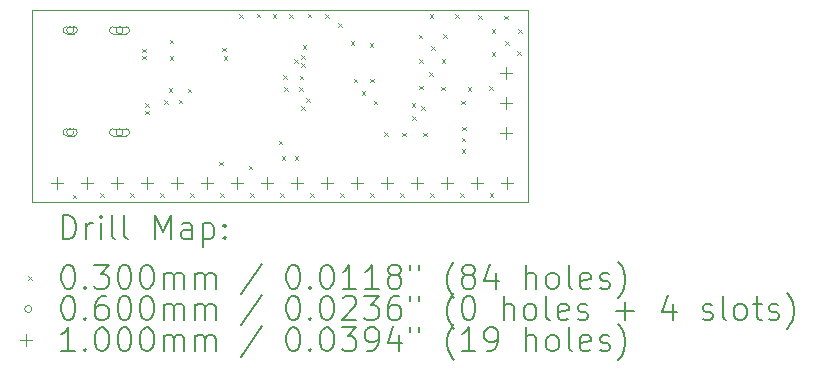
<source format=gbr>
%TF.GenerationSoftware,KiCad,Pcbnew,9.0.3*%
%TF.CreationDate,2025-08-03T15:24:19-04:00*%
%TF.ProjectId,CH32V003A4M6,43483332-5630-4303-9341-344d362e6b69,rev?*%
%TF.SameCoordinates,Original*%
%TF.FileFunction,Drillmap*%
%TF.FilePolarity,Positive*%
%FSLAX45Y45*%
G04 Gerber Fmt 4.5, Leading zero omitted, Abs format (unit mm)*
G04 Created by KiCad (PCBNEW 9.0.3) date 2025-08-03 15:24:19*
%MOMM*%
%LPD*%
G01*
G04 APERTURE LIST*
%ADD10C,0.100000*%
%ADD11C,0.200000*%
G04 APERTURE END LIST*
D10*
X12700000Y-11379200D02*
X16892400Y-11379200D01*
X16892400Y-13004800D01*
X12700000Y-13004800D01*
X12700000Y-11379200D01*
D11*
D10*
X13040000Y-12945000D02*
X13070000Y-12975000D01*
X13070000Y-12945000D02*
X13040000Y-12975000D01*
X13275996Y-12933450D02*
X13305996Y-12963450D01*
X13305996Y-12933450D02*
X13275996Y-12963450D01*
X13529692Y-12933450D02*
X13559692Y-12963450D01*
X13559692Y-12933450D02*
X13529692Y-12963450D01*
X13629500Y-11710000D02*
X13659500Y-11740000D01*
X13659500Y-11710000D02*
X13629500Y-11740000D01*
X13629500Y-11770000D02*
X13659500Y-11800000D01*
X13659500Y-11770000D02*
X13629500Y-11800000D01*
X13655000Y-12235000D02*
X13685000Y-12265000D01*
X13685000Y-12235000D02*
X13655000Y-12265000D01*
X13657200Y-12170000D02*
X13687200Y-12200000D01*
X13687200Y-12170000D02*
X13657200Y-12200000D01*
X13783388Y-12933450D02*
X13813388Y-12963450D01*
X13813388Y-12933450D02*
X13783388Y-12963450D01*
X13815000Y-12145000D02*
X13845000Y-12175000D01*
X13845000Y-12145000D02*
X13815000Y-12175000D01*
X13855000Y-12045000D02*
X13885000Y-12075000D01*
X13885000Y-12045000D02*
X13855000Y-12075000D01*
X13863201Y-11633404D02*
X13893201Y-11663404D01*
X13893201Y-11633404D02*
X13863201Y-11663404D01*
X13864193Y-11775000D02*
X13894193Y-11805000D01*
X13894193Y-11775000D02*
X13864193Y-11805000D01*
X13940000Y-12140000D02*
X13970000Y-12170000D01*
X13970000Y-12140000D02*
X13940000Y-12170000D01*
X14015000Y-12050000D02*
X14045000Y-12080000D01*
X14045000Y-12050000D02*
X14015000Y-12080000D01*
X14037083Y-12933450D02*
X14067083Y-12963450D01*
X14067083Y-12933450D02*
X14037083Y-12963450D01*
X14280000Y-12665000D02*
X14310000Y-12695000D01*
X14310000Y-12665000D02*
X14280000Y-12695000D01*
X14290779Y-12933450D02*
X14320779Y-12963450D01*
X14320779Y-12933450D02*
X14290779Y-12963450D01*
X14306149Y-11699782D02*
X14336149Y-11729782D01*
X14336149Y-11699782D02*
X14306149Y-11729782D01*
X14320000Y-11775000D02*
X14350000Y-11805000D01*
X14350000Y-11775000D02*
X14320000Y-11805000D01*
X14450000Y-11420000D02*
X14480000Y-11450000D01*
X14480000Y-11420000D02*
X14450000Y-11450000D01*
X14530000Y-12700000D02*
X14560000Y-12730000D01*
X14560000Y-12700000D02*
X14530000Y-12730000D01*
X14544475Y-12933450D02*
X14574475Y-12963450D01*
X14574475Y-12933450D02*
X14544475Y-12963450D01*
X14600000Y-11415000D02*
X14630000Y-11445000D01*
X14630000Y-11415000D02*
X14600000Y-11445000D01*
X14735000Y-11420000D02*
X14765000Y-11450000D01*
X14765000Y-11420000D02*
X14735000Y-11450000D01*
X14785000Y-12490000D02*
X14815000Y-12520000D01*
X14815000Y-12490000D02*
X14785000Y-12520000D01*
X14798171Y-12933450D02*
X14828171Y-12963450D01*
X14828171Y-12933450D02*
X14798171Y-12963450D01*
X14810000Y-12620000D02*
X14840000Y-12650000D01*
X14840000Y-12620000D02*
X14810000Y-12650000D01*
X14825000Y-11935000D02*
X14855000Y-11965000D01*
X14855000Y-11935000D02*
X14825000Y-11965000D01*
X14830000Y-12035000D02*
X14860000Y-12065000D01*
X14860000Y-12035000D02*
X14830000Y-12065000D01*
X14875000Y-11420000D02*
X14905000Y-11450000D01*
X14905000Y-11420000D02*
X14875000Y-11450000D01*
X14915000Y-11800000D02*
X14945000Y-11830000D01*
X14945000Y-11800000D02*
X14915000Y-11830000D01*
X14920000Y-12620000D02*
X14950000Y-12650000D01*
X14950000Y-12620000D02*
X14920000Y-12650000D01*
X14960000Y-12035000D02*
X14990000Y-12065000D01*
X14990000Y-12035000D02*
X14960000Y-12065000D01*
X14965000Y-11940000D02*
X14995000Y-11970000D01*
X14995000Y-11940000D02*
X14965000Y-11970000D01*
X14975000Y-11765000D02*
X15005000Y-11795000D01*
X15005000Y-11765000D02*
X14975000Y-11795000D01*
X14975000Y-11835000D02*
X15005000Y-11865000D01*
X15005000Y-11835000D02*
X14975000Y-11865000D01*
X14975000Y-12195000D02*
X15005000Y-12225000D01*
X15005000Y-12195000D02*
X14975000Y-12225000D01*
X14990000Y-11680000D02*
X15020000Y-11710000D01*
X15020000Y-11680000D02*
X14990000Y-11710000D01*
X15019648Y-12129385D02*
X15049648Y-12159385D01*
X15049648Y-12129385D02*
X15019648Y-12159385D01*
X15030000Y-11415000D02*
X15060000Y-11445000D01*
X15060000Y-11415000D02*
X15030000Y-11445000D01*
X15051866Y-12933450D02*
X15081866Y-12963450D01*
X15081866Y-12933450D02*
X15051866Y-12963450D01*
X15180000Y-11420000D02*
X15210000Y-11450000D01*
X15210000Y-11420000D02*
X15180000Y-11450000D01*
X15290000Y-11495000D02*
X15320000Y-11525000D01*
X15320000Y-11495000D02*
X15290000Y-11525000D01*
X15305562Y-12933450D02*
X15335562Y-12963450D01*
X15335562Y-12933450D02*
X15305562Y-12963450D01*
X15395000Y-11645000D02*
X15425000Y-11675000D01*
X15425000Y-11645000D02*
X15395000Y-11675000D01*
X15420000Y-11965000D02*
X15450000Y-11995000D01*
X15450000Y-11965000D02*
X15420000Y-11995000D01*
X15490000Y-12070000D02*
X15520000Y-12100000D01*
X15520000Y-12070000D02*
X15490000Y-12100000D01*
X15555000Y-11665000D02*
X15585000Y-11695000D01*
X15585000Y-11665000D02*
X15555000Y-11695000D01*
X15559258Y-12933450D02*
X15589258Y-12963450D01*
X15589258Y-12933450D02*
X15559258Y-12963450D01*
X15560000Y-11965000D02*
X15590000Y-11995000D01*
X15590000Y-11965000D02*
X15560000Y-11995000D01*
X15590000Y-12150000D02*
X15620000Y-12180000D01*
X15620000Y-12150000D02*
X15590000Y-12180000D01*
X15680000Y-12415000D02*
X15710000Y-12445000D01*
X15710000Y-12415000D02*
X15680000Y-12445000D01*
X15812953Y-12933450D02*
X15842953Y-12963450D01*
X15842953Y-12933450D02*
X15812953Y-12963450D01*
X15830000Y-12420000D02*
X15860000Y-12450000D01*
X15860000Y-12420000D02*
X15830000Y-12450000D01*
X15910000Y-12170000D02*
X15940000Y-12200000D01*
X15940000Y-12170000D02*
X15910000Y-12200000D01*
X15915000Y-12280000D02*
X15945000Y-12310000D01*
X15945000Y-12280000D02*
X15915000Y-12310000D01*
X15970000Y-11590000D02*
X16000000Y-11620000D01*
X16000000Y-11590000D02*
X15970000Y-11620000D01*
X15975000Y-11800000D02*
X16005000Y-11830000D01*
X16005000Y-11800000D02*
X15975000Y-11830000D01*
X15975000Y-12025000D02*
X16005000Y-12055000D01*
X16005000Y-12025000D02*
X15975000Y-12055000D01*
X15990000Y-12195000D02*
X16020000Y-12225000D01*
X16020000Y-12195000D02*
X15990000Y-12225000D01*
X16010000Y-12420000D02*
X16040000Y-12450000D01*
X16040000Y-12420000D02*
X16010000Y-12450000D01*
X16060000Y-11910000D02*
X16090000Y-11940000D01*
X16090000Y-11910000D02*
X16060000Y-11940000D01*
X16065000Y-11420000D02*
X16095000Y-11450000D01*
X16095000Y-11420000D02*
X16065000Y-11450000D01*
X16066649Y-12933450D02*
X16096649Y-12963450D01*
X16096649Y-12933450D02*
X16066649Y-12963450D01*
X16075000Y-11690000D02*
X16105000Y-11720000D01*
X16105000Y-11690000D02*
X16075000Y-11720000D01*
X16160000Y-12030000D02*
X16190000Y-12060000D01*
X16190000Y-12030000D02*
X16160000Y-12060000D01*
X16165000Y-11800000D02*
X16195000Y-11830000D01*
X16195000Y-11800000D02*
X16165000Y-11830000D01*
X16180000Y-11585000D02*
X16210000Y-11615000D01*
X16210000Y-11585000D02*
X16180000Y-11615000D01*
X16280000Y-11420000D02*
X16310000Y-11450000D01*
X16310000Y-11420000D02*
X16280000Y-11450000D01*
X16320345Y-12933450D02*
X16350345Y-12963450D01*
X16350345Y-12933450D02*
X16320345Y-12963450D01*
X16330000Y-12150000D02*
X16360000Y-12180000D01*
X16360000Y-12150000D02*
X16330000Y-12180000D01*
X16335000Y-12465000D02*
X16365000Y-12495000D01*
X16365000Y-12465000D02*
X16335000Y-12495000D01*
X16335000Y-12560000D02*
X16365000Y-12590000D01*
X16365000Y-12560000D02*
X16335000Y-12590000D01*
X16340000Y-12370000D02*
X16370000Y-12400000D01*
X16370000Y-12370000D02*
X16340000Y-12400000D01*
X16385000Y-12035000D02*
X16415000Y-12065000D01*
X16415000Y-12035000D02*
X16385000Y-12065000D01*
X16475000Y-11425000D02*
X16505000Y-11455000D01*
X16505000Y-11425000D02*
X16475000Y-11455000D01*
X16567250Y-12027250D02*
X16597250Y-12057250D01*
X16597250Y-12027250D02*
X16567250Y-12057250D01*
X16574040Y-12933450D02*
X16604040Y-12963450D01*
X16604040Y-12933450D02*
X16574040Y-12963450D01*
X16590000Y-11545000D02*
X16620000Y-11575000D01*
X16620000Y-11545000D02*
X16590000Y-11575000D01*
X16590000Y-11740000D02*
X16620000Y-11770000D01*
X16620000Y-11740000D02*
X16590000Y-11770000D01*
X16695000Y-11430000D02*
X16725000Y-11460000D01*
X16725000Y-11430000D02*
X16695000Y-11460000D01*
X16705000Y-11645000D02*
X16735000Y-11675000D01*
X16735000Y-11645000D02*
X16705000Y-11675000D01*
X16805000Y-11730000D02*
X16835000Y-11760000D01*
X16835000Y-11730000D02*
X16805000Y-11760000D01*
X16815000Y-11545000D02*
X16845000Y-11575000D01*
X16845000Y-11545000D02*
X16815000Y-11575000D01*
X13050000Y-11553000D02*
G75*
G02*
X12990000Y-11553000I-30000J0D01*
G01*
X12990000Y-11553000D02*
G75*
G02*
X13050000Y-11553000I30000J0D01*
G01*
X13050000Y-11523000D02*
X12990000Y-11523000D01*
X12990000Y-11583000D02*
G75*
G02*
X12990000Y-11523000I0J30000D01*
G01*
X12990000Y-11583000D02*
X13050000Y-11583000D01*
X13050000Y-11583000D02*
G75*
G03*
X13050000Y-11523000I0J30000D01*
G01*
X13050000Y-12417000D02*
G75*
G02*
X12990000Y-12417000I-30000J0D01*
G01*
X12990000Y-12417000D02*
G75*
G02*
X13050000Y-12417000I30000J0D01*
G01*
X13050000Y-12387000D02*
X12990000Y-12387000D01*
X12990000Y-12447000D02*
G75*
G02*
X12990000Y-12387000I0J30000D01*
G01*
X12990000Y-12447000D02*
X13050000Y-12447000D01*
X13050000Y-12447000D02*
G75*
G03*
X13050000Y-12387000I0J30000D01*
G01*
X13468000Y-11553000D02*
G75*
G02*
X13408000Y-11553000I-30000J0D01*
G01*
X13408000Y-11553000D02*
G75*
G02*
X13468000Y-11553000I30000J0D01*
G01*
X13493000Y-11523000D02*
X13383000Y-11523000D01*
X13383000Y-11583000D02*
G75*
G02*
X13383000Y-11523000I0J30000D01*
G01*
X13383000Y-11583000D02*
X13493000Y-11583000D01*
X13493000Y-11583000D02*
G75*
G03*
X13493000Y-11523000I0J30000D01*
G01*
X13468000Y-12417000D02*
G75*
G02*
X13408000Y-12417000I-30000J0D01*
G01*
X13408000Y-12417000D02*
G75*
G02*
X13468000Y-12417000I30000J0D01*
G01*
X13493000Y-12387000D02*
X13383000Y-12387000D01*
X13383000Y-12447000D02*
G75*
G02*
X13383000Y-12387000I0J30000D01*
G01*
X13383000Y-12447000D02*
X13493000Y-12447000D01*
X13493000Y-12447000D02*
G75*
G03*
X13493000Y-12387000I0J30000D01*
G01*
X12907000Y-12795000D02*
X12907000Y-12895000D01*
X12857000Y-12845000D02*
X12957000Y-12845000D01*
X13161000Y-12795000D02*
X13161000Y-12895000D01*
X13111000Y-12845000D02*
X13211000Y-12845000D01*
X13415000Y-12795000D02*
X13415000Y-12895000D01*
X13365000Y-12845000D02*
X13465000Y-12845000D01*
X13669000Y-12795000D02*
X13669000Y-12895000D01*
X13619000Y-12845000D02*
X13719000Y-12845000D01*
X13923000Y-12795000D02*
X13923000Y-12895000D01*
X13873000Y-12845000D02*
X13973000Y-12845000D01*
X14177000Y-12795000D02*
X14177000Y-12895000D01*
X14127000Y-12845000D02*
X14227000Y-12845000D01*
X14431000Y-12795000D02*
X14431000Y-12895000D01*
X14381000Y-12845000D02*
X14481000Y-12845000D01*
X14685000Y-12795000D02*
X14685000Y-12895000D01*
X14635000Y-12845000D02*
X14735000Y-12845000D01*
X14939000Y-12795000D02*
X14939000Y-12895000D01*
X14889000Y-12845000D02*
X14989000Y-12845000D01*
X15193000Y-12795000D02*
X15193000Y-12895000D01*
X15143000Y-12845000D02*
X15243000Y-12845000D01*
X15447000Y-12795000D02*
X15447000Y-12895000D01*
X15397000Y-12845000D02*
X15497000Y-12845000D01*
X15701000Y-12795000D02*
X15701000Y-12895000D01*
X15651000Y-12845000D02*
X15751000Y-12845000D01*
X15955000Y-12795000D02*
X15955000Y-12895000D01*
X15905000Y-12845000D02*
X16005000Y-12845000D01*
X16209000Y-12795000D02*
X16209000Y-12895000D01*
X16159000Y-12845000D02*
X16259000Y-12845000D01*
X16463000Y-12795000D02*
X16463000Y-12895000D01*
X16413000Y-12845000D02*
X16513000Y-12845000D01*
X16710000Y-11864500D02*
X16710000Y-11964500D01*
X16660000Y-11914500D02*
X16760000Y-11914500D01*
X16710000Y-12118500D02*
X16710000Y-12218500D01*
X16660000Y-12168500D02*
X16760000Y-12168500D01*
X16710000Y-12372500D02*
X16710000Y-12472500D01*
X16660000Y-12422500D02*
X16760000Y-12422500D01*
X16717000Y-12795000D02*
X16717000Y-12895000D01*
X16667000Y-12845000D02*
X16767000Y-12845000D01*
D11*
X12955777Y-13321284D02*
X12955777Y-13121284D01*
X12955777Y-13121284D02*
X13003396Y-13121284D01*
X13003396Y-13121284D02*
X13031967Y-13130808D01*
X13031967Y-13130808D02*
X13051015Y-13149855D01*
X13051015Y-13149855D02*
X13060539Y-13168903D01*
X13060539Y-13168903D02*
X13070062Y-13206998D01*
X13070062Y-13206998D02*
X13070062Y-13235569D01*
X13070062Y-13235569D02*
X13060539Y-13273665D01*
X13060539Y-13273665D02*
X13051015Y-13292712D01*
X13051015Y-13292712D02*
X13031967Y-13311760D01*
X13031967Y-13311760D02*
X13003396Y-13321284D01*
X13003396Y-13321284D02*
X12955777Y-13321284D01*
X13155777Y-13321284D02*
X13155777Y-13187950D01*
X13155777Y-13226046D02*
X13165301Y-13206998D01*
X13165301Y-13206998D02*
X13174824Y-13197474D01*
X13174824Y-13197474D02*
X13193872Y-13187950D01*
X13193872Y-13187950D02*
X13212920Y-13187950D01*
X13279586Y-13321284D02*
X13279586Y-13187950D01*
X13279586Y-13121284D02*
X13270062Y-13130808D01*
X13270062Y-13130808D02*
X13279586Y-13140331D01*
X13279586Y-13140331D02*
X13289110Y-13130808D01*
X13289110Y-13130808D02*
X13279586Y-13121284D01*
X13279586Y-13121284D02*
X13279586Y-13140331D01*
X13403396Y-13321284D02*
X13384348Y-13311760D01*
X13384348Y-13311760D02*
X13374824Y-13292712D01*
X13374824Y-13292712D02*
X13374824Y-13121284D01*
X13508158Y-13321284D02*
X13489110Y-13311760D01*
X13489110Y-13311760D02*
X13479586Y-13292712D01*
X13479586Y-13292712D02*
X13479586Y-13121284D01*
X13736729Y-13321284D02*
X13736729Y-13121284D01*
X13736729Y-13121284D02*
X13803396Y-13264141D01*
X13803396Y-13264141D02*
X13870062Y-13121284D01*
X13870062Y-13121284D02*
X13870062Y-13321284D01*
X14051015Y-13321284D02*
X14051015Y-13216522D01*
X14051015Y-13216522D02*
X14041491Y-13197474D01*
X14041491Y-13197474D02*
X14022443Y-13187950D01*
X14022443Y-13187950D02*
X13984348Y-13187950D01*
X13984348Y-13187950D02*
X13965301Y-13197474D01*
X14051015Y-13311760D02*
X14031967Y-13321284D01*
X14031967Y-13321284D02*
X13984348Y-13321284D01*
X13984348Y-13321284D02*
X13965301Y-13311760D01*
X13965301Y-13311760D02*
X13955777Y-13292712D01*
X13955777Y-13292712D02*
X13955777Y-13273665D01*
X13955777Y-13273665D02*
X13965301Y-13254617D01*
X13965301Y-13254617D02*
X13984348Y-13245093D01*
X13984348Y-13245093D02*
X14031967Y-13245093D01*
X14031967Y-13245093D02*
X14051015Y-13235569D01*
X14146253Y-13187950D02*
X14146253Y-13387950D01*
X14146253Y-13197474D02*
X14165301Y-13187950D01*
X14165301Y-13187950D02*
X14203396Y-13187950D01*
X14203396Y-13187950D02*
X14222443Y-13197474D01*
X14222443Y-13197474D02*
X14231967Y-13206998D01*
X14231967Y-13206998D02*
X14241491Y-13226046D01*
X14241491Y-13226046D02*
X14241491Y-13283188D01*
X14241491Y-13283188D02*
X14231967Y-13302236D01*
X14231967Y-13302236D02*
X14222443Y-13311760D01*
X14222443Y-13311760D02*
X14203396Y-13321284D01*
X14203396Y-13321284D02*
X14165301Y-13321284D01*
X14165301Y-13321284D02*
X14146253Y-13311760D01*
X14327205Y-13302236D02*
X14336729Y-13311760D01*
X14336729Y-13311760D02*
X14327205Y-13321284D01*
X14327205Y-13321284D02*
X14317682Y-13311760D01*
X14317682Y-13311760D02*
X14327205Y-13302236D01*
X14327205Y-13302236D02*
X14327205Y-13321284D01*
X14327205Y-13197474D02*
X14336729Y-13206998D01*
X14336729Y-13206998D02*
X14327205Y-13216522D01*
X14327205Y-13216522D02*
X14317682Y-13206998D01*
X14317682Y-13206998D02*
X14327205Y-13197474D01*
X14327205Y-13197474D02*
X14327205Y-13216522D01*
D10*
X12665000Y-13634800D02*
X12695000Y-13664800D01*
X12695000Y-13634800D02*
X12665000Y-13664800D01*
D11*
X12993872Y-13541284D02*
X13012920Y-13541284D01*
X13012920Y-13541284D02*
X13031967Y-13550808D01*
X13031967Y-13550808D02*
X13041491Y-13560331D01*
X13041491Y-13560331D02*
X13051015Y-13579379D01*
X13051015Y-13579379D02*
X13060539Y-13617474D01*
X13060539Y-13617474D02*
X13060539Y-13665093D01*
X13060539Y-13665093D02*
X13051015Y-13703188D01*
X13051015Y-13703188D02*
X13041491Y-13722236D01*
X13041491Y-13722236D02*
X13031967Y-13731760D01*
X13031967Y-13731760D02*
X13012920Y-13741284D01*
X13012920Y-13741284D02*
X12993872Y-13741284D01*
X12993872Y-13741284D02*
X12974824Y-13731760D01*
X12974824Y-13731760D02*
X12965301Y-13722236D01*
X12965301Y-13722236D02*
X12955777Y-13703188D01*
X12955777Y-13703188D02*
X12946253Y-13665093D01*
X12946253Y-13665093D02*
X12946253Y-13617474D01*
X12946253Y-13617474D02*
X12955777Y-13579379D01*
X12955777Y-13579379D02*
X12965301Y-13560331D01*
X12965301Y-13560331D02*
X12974824Y-13550808D01*
X12974824Y-13550808D02*
X12993872Y-13541284D01*
X13146253Y-13722236D02*
X13155777Y-13731760D01*
X13155777Y-13731760D02*
X13146253Y-13741284D01*
X13146253Y-13741284D02*
X13136729Y-13731760D01*
X13136729Y-13731760D02*
X13146253Y-13722236D01*
X13146253Y-13722236D02*
X13146253Y-13741284D01*
X13222443Y-13541284D02*
X13346253Y-13541284D01*
X13346253Y-13541284D02*
X13279586Y-13617474D01*
X13279586Y-13617474D02*
X13308158Y-13617474D01*
X13308158Y-13617474D02*
X13327205Y-13626998D01*
X13327205Y-13626998D02*
X13336729Y-13636522D01*
X13336729Y-13636522D02*
X13346253Y-13655569D01*
X13346253Y-13655569D02*
X13346253Y-13703188D01*
X13346253Y-13703188D02*
X13336729Y-13722236D01*
X13336729Y-13722236D02*
X13327205Y-13731760D01*
X13327205Y-13731760D02*
X13308158Y-13741284D01*
X13308158Y-13741284D02*
X13251015Y-13741284D01*
X13251015Y-13741284D02*
X13231967Y-13731760D01*
X13231967Y-13731760D02*
X13222443Y-13722236D01*
X13470062Y-13541284D02*
X13489110Y-13541284D01*
X13489110Y-13541284D02*
X13508158Y-13550808D01*
X13508158Y-13550808D02*
X13517682Y-13560331D01*
X13517682Y-13560331D02*
X13527205Y-13579379D01*
X13527205Y-13579379D02*
X13536729Y-13617474D01*
X13536729Y-13617474D02*
X13536729Y-13665093D01*
X13536729Y-13665093D02*
X13527205Y-13703188D01*
X13527205Y-13703188D02*
X13517682Y-13722236D01*
X13517682Y-13722236D02*
X13508158Y-13731760D01*
X13508158Y-13731760D02*
X13489110Y-13741284D01*
X13489110Y-13741284D02*
X13470062Y-13741284D01*
X13470062Y-13741284D02*
X13451015Y-13731760D01*
X13451015Y-13731760D02*
X13441491Y-13722236D01*
X13441491Y-13722236D02*
X13431967Y-13703188D01*
X13431967Y-13703188D02*
X13422443Y-13665093D01*
X13422443Y-13665093D02*
X13422443Y-13617474D01*
X13422443Y-13617474D02*
X13431967Y-13579379D01*
X13431967Y-13579379D02*
X13441491Y-13560331D01*
X13441491Y-13560331D02*
X13451015Y-13550808D01*
X13451015Y-13550808D02*
X13470062Y-13541284D01*
X13660539Y-13541284D02*
X13679586Y-13541284D01*
X13679586Y-13541284D02*
X13698634Y-13550808D01*
X13698634Y-13550808D02*
X13708158Y-13560331D01*
X13708158Y-13560331D02*
X13717682Y-13579379D01*
X13717682Y-13579379D02*
X13727205Y-13617474D01*
X13727205Y-13617474D02*
X13727205Y-13665093D01*
X13727205Y-13665093D02*
X13717682Y-13703188D01*
X13717682Y-13703188D02*
X13708158Y-13722236D01*
X13708158Y-13722236D02*
X13698634Y-13731760D01*
X13698634Y-13731760D02*
X13679586Y-13741284D01*
X13679586Y-13741284D02*
X13660539Y-13741284D01*
X13660539Y-13741284D02*
X13641491Y-13731760D01*
X13641491Y-13731760D02*
X13631967Y-13722236D01*
X13631967Y-13722236D02*
X13622443Y-13703188D01*
X13622443Y-13703188D02*
X13612920Y-13665093D01*
X13612920Y-13665093D02*
X13612920Y-13617474D01*
X13612920Y-13617474D02*
X13622443Y-13579379D01*
X13622443Y-13579379D02*
X13631967Y-13560331D01*
X13631967Y-13560331D02*
X13641491Y-13550808D01*
X13641491Y-13550808D02*
X13660539Y-13541284D01*
X13812920Y-13741284D02*
X13812920Y-13607950D01*
X13812920Y-13626998D02*
X13822443Y-13617474D01*
X13822443Y-13617474D02*
X13841491Y-13607950D01*
X13841491Y-13607950D02*
X13870063Y-13607950D01*
X13870063Y-13607950D02*
X13889110Y-13617474D01*
X13889110Y-13617474D02*
X13898634Y-13636522D01*
X13898634Y-13636522D02*
X13898634Y-13741284D01*
X13898634Y-13636522D02*
X13908158Y-13617474D01*
X13908158Y-13617474D02*
X13927205Y-13607950D01*
X13927205Y-13607950D02*
X13955777Y-13607950D01*
X13955777Y-13607950D02*
X13974824Y-13617474D01*
X13974824Y-13617474D02*
X13984348Y-13636522D01*
X13984348Y-13636522D02*
X13984348Y-13741284D01*
X14079586Y-13741284D02*
X14079586Y-13607950D01*
X14079586Y-13626998D02*
X14089110Y-13617474D01*
X14089110Y-13617474D02*
X14108158Y-13607950D01*
X14108158Y-13607950D02*
X14136729Y-13607950D01*
X14136729Y-13607950D02*
X14155777Y-13617474D01*
X14155777Y-13617474D02*
X14165301Y-13636522D01*
X14165301Y-13636522D02*
X14165301Y-13741284D01*
X14165301Y-13636522D02*
X14174824Y-13617474D01*
X14174824Y-13617474D02*
X14193872Y-13607950D01*
X14193872Y-13607950D02*
X14222443Y-13607950D01*
X14222443Y-13607950D02*
X14241491Y-13617474D01*
X14241491Y-13617474D02*
X14251015Y-13636522D01*
X14251015Y-13636522D02*
X14251015Y-13741284D01*
X14641491Y-13531760D02*
X14470063Y-13788903D01*
X14898634Y-13541284D02*
X14917682Y-13541284D01*
X14917682Y-13541284D02*
X14936729Y-13550808D01*
X14936729Y-13550808D02*
X14946253Y-13560331D01*
X14946253Y-13560331D02*
X14955777Y-13579379D01*
X14955777Y-13579379D02*
X14965301Y-13617474D01*
X14965301Y-13617474D02*
X14965301Y-13665093D01*
X14965301Y-13665093D02*
X14955777Y-13703188D01*
X14955777Y-13703188D02*
X14946253Y-13722236D01*
X14946253Y-13722236D02*
X14936729Y-13731760D01*
X14936729Y-13731760D02*
X14917682Y-13741284D01*
X14917682Y-13741284D02*
X14898634Y-13741284D01*
X14898634Y-13741284D02*
X14879586Y-13731760D01*
X14879586Y-13731760D02*
X14870063Y-13722236D01*
X14870063Y-13722236D02*
X14860539Y-13703188D01*
X14860539Y-13703188D02*
X14851015Y-13665093D01*
X14851015Y-13665093D02*
X14851015Y-13617474D01*
X14851015Y-13617474D02*
X14860539Y-13579379D01*
X14860539Y-13579379D02*
X14870063Y-13560331D01*
X14870063Y-13560331D02*
X14879586Y-13550808D01*
X14879586Y-13550808D02*
X14898634Y-13541284D01*
X15051015Y-13722236D02*
X15060539Y-13731760D01*
X15060539Y-13731760D02*
X15051015Y-13741284D01*
X15051015Y-13741284D02*
X15041491Y-13731760D01*
X15041491Y-13731760D02*
X15051015Y-13722236D01*
X15051015Y-13722236D02*
X15051015Y-13741284D01*
X15184348Y-13541284D02*
X15203396Y-13541284D01*
X15203396Y-13541284D02*
X15222444Y-13550808D01*
X15222444Y-13550808D02*
X15231967Y-13560331D01*
X15231967Y-13560331D02*
X15241491Y-13579379D01*
X15241491Y-13579379D02*
X15251015Y-13617474D01*
X15251015Y-13617474D02*
X15251015Y-13665093D01*
X15251015Y-13665093D02*
X15241491Y-13703188D01*
X15241491Y-13703188D02*
X15231967Y-13722236D01*
X15231967Y-13722236D02*
X15222444Y-13731760D01*
X15222444Y-13731760D02*
X15203396Y-13741284D01*
X15203396Y-13741284D02*
X15184348Y-13741284D01*
X15184348Y-13741284D02*
X15165301Y-13731760D01*
X15165301Y-13731760D02*
X15155777Y-13722236D01*
X15155777Y-13722236D02*
X15146253Y-13703188D01*
X15146253Y-13703188D02*
X15136729Y-13665093D01*
X15136729Y-13665093D02*
X15136729Y-13617474D01*
X15136729Y-13617474D02*
X15146253Y-13579379D01*
X15146253Y-13579379D02*
X15155777Y-13560331D01*
X15155777Y-13560331D02*
X15165301Y-13550808D01*
X15165301Y-13550808D02*
X15184348Y-13541284D01*
X15441491Y-13741284D02*
X15327206Y-13741284D01*
X15384348Y-13741284D02*
X15384348Y-13541284D01*
X15384348Y-13541284D02*
X15365301Y-13569855D01*
X15365301Y-13569855D02*
X15346253Y-13588903D01*
X15346253Y-13588903D02*
X15327206Y-13598427D01*
X15631967Y-13741284D02*
X15517682Y-13741284D01*
X15574825Y-13741284D02*
X15574825Y-13541284D01*
X15574825Y-13541284D02*
X15555777Y-13569855D01*
X15555777Y-13569855D02*
X15536729Y-13588903D01*
X15536729Y-13588903D02*
X15517682Y-13598427D01*
X15746253Y-13626998D02*
X15727206Y-13617474D01*
X15727206Y-13617474D02*
X15717682Y-13607950D01*
X15717682Y-13607950D02*
X15708158Y-13588903D01*
X15708158Y-13588903D02*
X15708158Y-13579379D01*
X15708158Y-13579379D02*
X15717682Y-13560331D01*
X15717682Y-13560331D02*
X15727206Y-13550808D01*
X15727206Y-13550808D02*
X15746253Y-13541284D01*
X15746253Y-13541284D02*
X15784348Y-13541284D01*
X15784348Y-13541284D02*
X15803396Y-13550808D01*
X15803396Y-13550808D02*
X15812920Y-13560331D01*
X15812920Y-13560331D02*
X15822444Y-13579379D01*
X15822444Y-13579379D02*
X15822444Y-13588903D01*
X15822444Y-13588903D02*
X15812920Y-13607950D01*
X15812920Y-13607950D02*
X15803396Y-13617474D01*
X15803396Y-13617474D02*
X15784348Y-13626998D01*
X15784348Y-13626998D02*
X15746253Y-13626998D01*
X15746253Y-13626998D02*
X15727206Y-13636522D01*
X15727206Y-13636522D02*
X15717682Y-13646046D01*
X15717682Y-13646046D02*
X15708158Y-13665093D01*
X15708158Y-13665093D02*
X15708158Y-13703188D01*
X15708158Y-13703188D02*
X15717682Y-13722236D01*
X15717682Y-13722236D02*
X15727206Y-13731760D01*
X15727206Y-13731760D02*
X15746253Y-13741284D01*
X15746253Y-13741284D02*
X15784348Y-13741284D01*
X15784348Y-13741284D02*
X15803396Y-13731760D01*
X15803396Y-13731760D02*
X15812920Y-13722236D01*
X15812920Y-13722236D02*
X15822444Y-13703188D01*
X15822444Y-13703188D02*
X15822444Y-13665093D01*
X15822444Y-13665093D02*
X15812920Y-13646046D01*
X15812920Y-13646046D02*
X15803396Y-13636522D01*
X15803396Y-13636522D02*
X15784348Y-13626998D01*
X15898634Y-13541284D02*
X15898634Y-13579379D01*
X15974825Y-13541284D02*
X15974825Y-13579379D01*
X16270063Y-13817474D02*
X16260539Y-13807950D01*
X16260539Y-13807950D02*
X16241491Y-13779379D01*
X16241491Y-13779379D02*
X16231968Y-13760331D01*
X16231968Y-13760331D02*
X16222444Y-13731760D01*
X16222444Y-13731760D02*
X16212920Y-13684141D01*
X16212920Y-13684141D02*
X16212920Y-13646046D01*
X16212920Y-13646046D02*
X16222444Y-13598427D01*
X16222444Y-13598427D02*
X16231968Y-13569855D01*
X16231968Y-13569855D02*
X16241491Y-13550808D01*
X16241491Y-13550808D02*
X16260539Y-13522236D01*
X16260539Y-13522236D02*
X16270063Y-13512712D01*
X16374825Y-13626998D02*
X16355777Y-13617474D01*
X16355777Y-13617474D02*
X16346253Y-13607950D01*
X16346253Y-13607950D02*
X16336729Y-13588903D01*
X16336729Y-13588903D02*
X16336729Y-13579379D01*
X16336729Y-13579379D02*
X16346253Y-13560331D01*
X16346253Y-13560331D02*
X16355777Y-13550808D01*
X16355777Y-13550808D02*
X16374825Y-13541284D01*
X16374825Y-13541284D02*
X16412920Y-13541284D01*
X16412920Y-13541284D02*
X16431968Y-13550808D01*
X16431968Y-13550808D02*
X16441491Y-13560331D01*
X16441491Y-13560331D02*
X16451015Y-13579379D01*
X16451015Y-13579379D02*
X16451015Y-13588903D01*
X16451015Y-13588903D02*
X16441491Y-13607950D01*
X16441491Y-13607950D02*
X16431968Y-13617474D01*
X16431968Y-13617474D02*
X16412920Y-13626998D01*
X16412920Y-13626998D02*
X16374825Y-13626998D01*
X16374825Y-13626998D02*
X16355777Y-13636522D01*
X16355777Y-13636522D02*
X16346253Y-13646046D01*
X16346253Y-13646046D02*
X16336729Y-13665093D01*
X16336729Y-13665093D02*
X16336729Y-13703188D01*
X16336729Y-13703188D02*
X16346253Y-13722236D01*
X16346253Y-13722236D02*
X16355777Y-13731760D01*
X16355777Y-13731760D02*
X16374825Y-13741284D01*
X16374825Y-13741284D02*
X16412920Y-13741284D01*
X16412920Y-13741284D02*
X16431968Y-13731760D01*
X16431968Y-13731760D02*
X16441491Y-13722236D01*
X16441491Y-13722236D02*
X16451015Y-13703188D01*
X16451015Y-13703188D02*
X16451015Y-13665093D01*
X16451015Y-13665093D02*
X16441491Y-13646046D01*
X16441491Y-13646046D02*
X16431968Y-13636522D01*
X16431968Y-13636522D02*
X16412920Y-13626998D01*
X16622444Y-13607950D02*
X16622444Y-13741284D01*
X16574825Y-13531760D02*
X16527206Y-13674617D01*
X16527206Y-13674617D02*
X16651015Y-13674617D01*
X16879587Y-13741284D02*
X16879587Y-13541284D01*
X16965301Y-13741284D02*
X16965301Y-13636522D01*
X16965301Y-13636522D02*
X16955777Y-13617474D01*
X16955777Y-13617474D02*
X16936730Y-13607950D01*
X16936730Y-13607950D02*
X16908158Y-13607950D01*
X16908158Y-13607950D02*
X16889111Y-13617474D01*
X16889111Y-13617474D02*
X16879587Y-13626998D01*
X17089111Y-13741284D02*
X17070063Y-13731760D01*
X17070063Y-13731760D02*
X17060539Y-13722236D01*
X17060539Y-13722236D02*
X17051015Y-13703188D01*
X17051015Y-13703188D02*
X17051015Y-13646046D01*
X17051015Y-13646046D02*
X17060539Y-13626998D01*
X17060539Y-13626998D02*
X17070063Y-13617474D01*
X17070063Y-13617474D02*
X17089111Y-13607950D01*
X17089111Y-13607950D02*
X17117682Y-13607950D01*
X17117682Y-13607950D02*
X17136730Y-13617474D01*
X17136730Y-13617474D02*
X17146253Y-13626998D01*
X17146253Y-13626998D02*
X17155777Y-13646046D01*
X17155777Y-13646046D02*
X17155777Y-13703188D01*
X17155777Y-13703188D02*
X17146253Y-13722236D01*
X17146253Y-13722236D02*
X17136730Y-13731760D01*
X17136730Y-13731760D02*
X17117682Y-13741284D01*
X17117682Y-13741284D02*
X17089111Y-13741284D01*
X17270063Y-13741284D02*
X17251015Y-13731760D01*
X17251015Y-13731760D02*
X17241492Y-13712712D01*
X17241492Y-13712712D02*
X17241492Y-13541284D01*
X17422444Y-13731760D02*
X17403396Y-13741284D01*
X17403396Y-13741284D02*
X17365301Y-13741284D01*
X17365301Y-13741284D02*
X17346253Y-13731760D01*
X17346253Y-13731760D02*
X17336730Y-13712712D01*
X17336730Y-13712712D02*
X17336730Y-13636522D01*
X17336730Y-13636522D02*
X17346253Y-13617474D01*
X17346253Y-13617474D02*
X17365301Y-13607950D01*
X17365301Y-13607950D02*
X17403396Y-13607950D01*
X17403396Y-13607950D02*
X17422444Y-13617474D01*
X17422444Y-13617474D02*
X17431968Y-13636522D01*
X17431968Y-13636522D02*
X17431968Y-13655569D01*
X17431968Y-13655569D02*
X17336730Y-13674617D01*
X17508158Y-13731760D02*
X17527206Y-13741284D01*
X17527206Y-13741284D02*
X17565301Y-13741284D01*
X17565301Y-13741284D02*
X17584349Y-13731760D01*
X17584349Y-13731760D02*
X17593873Y-13712712D01*
X17593873Y-13712712D02*
X17593873Y-13703188D01*
X17593873Y-13703188D02*
X17584349Y-13684141D01*
X17584349Y-13684141D02*
X17565301Y-13674617D01*
X17565301Y-13674617D02*
X17536730Y-13674617D01*
X17536730Y-13674617D02*
X17517682Y-13665093D01*
X17517682Y-13665093D02*
X17508158Y-13646046D01*
X17508158Y-13646046D02*
X17508158Y-13636522D01*
X17508158Y-13636522D02*
X17517682Y-13617474D01*
X17517682Y-13617474D02*
X17536730Y-13607950D01*
X17536730Y-13607950D02*
X17565301Y-13607950D01*
X17565301Y-13607950D02*
X17584349Y-13617474D01*
X17660539Y-13817474D02*
X17670063Y-13807950D01*
X17670063Y-13807950D02*
X17689111Y-13779379D01*
X17689111Y-13779379D02*
X17698634Y-13760331D01*
X17698634Y-13760331D02*
X17708158Y-13731760D01*
X17708158Y-13731760D02*
X17717682Y-13684141D01*
X17717682Y-13684141D02*
X17717682Y-13646046D01*
X17717682Y-13646046D02*
X17708158Y-13598427D01*
X17708158Y-13598427D02*
X17698634Y-13569855D01*
X17698634Y-13569855D02*
X17689111Y-13550808D01*
X17689111Y-13550808D02*
X17670063Y-13522236D01*
X17670063Y-13522236D02*
X17660539Y-13512712D01*
D10*
X12695000Y-13913800D02*
G75*
G02*
X12635000Y-13913800I-30000J0D01*
G01*
X12635000Y-13913800D02*
G75*
G02*
X12695000Y-13913800I30000J0D01*
G01*
D11*
X12993872Y-13805284D02*
X13012920Y-13805284D01*
X13012920Y-13805284D02*
X13031967Y-13814808D01*
X13031967Y-13814808D02*
X13041491Y-13824331D01*
X13041491Y-13824331D02*
X13051015Y-13843379D01*
X13051015Y-13843379D02*
X13060539Y-13881474D01*
X13060539Y-13881474D02*
X13060539Y-13929093D01*
X13060539Y-13929093D02*
X13051015Y-13967188D01*
X13051015Y-13967188D02*
X13041491Y-13986236D01*
X13041491Y-13986236D02*
X13031967Y-13995760D01*
X13031967Y-13995760D02*
X13012920Y-14005284D01*
X13012920Y-14005284D02*
X12993872Y-14005284D01*
X12993872Y-14005284D02*
X12974824Y-13995760D01*
X12974824Y-13995760D02*
X12965301Y-13986236D01*
X12965301Y-13986236D02*
X12955777Y-13967188D01*
X12955777Y-13967188D02*
X12946253Y-13929093D01*
X12946253Y-13929093D02*
X12946253Y-13881474D01*
X12946253Y-13881474D02*
X12955777Y-13843379D01*
X12955777Y-13843379D02*
X12965301Y-13824331D01*
X12965301Y-13824331D02*
X12974824Y-13814808D01*
X12974824Y-13814808D02*
X12993872Y-13805284D01*
X13146253Y-13986236D02*
X13155777Y-13995760D01*
X13155777Y-13995760D02*
X13146253Y-14005284D01*
X13146253Y-14005284D02*
X13136729Y-13995760D01*
X13136729Y-13995760D02*
X13146253Y-13986236D01*
X13146253Y-13986236D02*
X13146253Y-14005284D01*
X13327205Y-13805284D02*
X13289110Y-13805284D01*
X13289110Y-13805284D02*
X13270062Y-13814808D01*
X13270062Y-13814808D02*
X13260539Y-13824331D01*
X13260539Y-13824331D02*
X13241491Y-13852903D01*
X13241491Y-13852903D02*
X13231967Y-13890998D01*
X13231967Y-13890998D02*
X13231967Y-13967188D01*
X13231967Y-13967188D02*
X13241491Y-13986236D01*
X13241491Y-13986236D02*
X13251015Y-13995760D01*
X13251015Y-13995760D02*
X13270062Y-14005284D01*
X13270062Y-14005284D02*
X13308158Y-14005284D01*
X13308158Y-14005284D02*
X13327205Y-13995760D01*
X13327205Y-13995760D02*
X13336729Y-13986236D01*
X13336729Y-13986236D02*
X13346253Y-13967188D01*
X13346253Y-13967188D02*
X13346253Y-13919569D01*
X13346253Y-13919569D02*
X13336729Y-13900522D01*
X13336729Y-13900522D02*
X13327205Y-13890998D01*
X13327205Y-13890998D02*
X13308158Y-13881474D01*
X13308158Y-13881474D02*
X13270062Y-13881474D01*
X13270062Y-13881474D02*
X13251015Y-13890998D01*
X13251015Y-13890998D02*
X13241491Y-13900522D01*
X13241491Y-13900522D02*
X13231967Y-13919569D01*
X13470062Y-13805284D02*
X13489110Y-13805284D01*
X13489110Y-13805284D02*
X13508158Y-13814808D01*
X13508158Y-13814808D02*
X13517682Y-13824331D01*
X13517682Y-13824331D02*
X13527205Y-13843379D01*
X13527205Y-13843379D02*
X13536729Y-13881474D01*
X13536729Y-13881474D02*
X13536729Y-13929093D01*
X13536729Y-13929093D02*
X13527205Y-13967188D01*
X13527205Y-13967188D02*
X13517682Y-13986236D01*
X13517682Y-13986236D02*
X13508158Y-13995760D01*
X13508158Y-13995760D02*
X13489110Y-14005284D01*
X13489110Y-14005284D02*
X13470062Y-14005284D01*
X13470062Y-14005284D02*
X13451015Y-13995760D01*
X13451015Y-13995760D02*
X13441491Y-13986236D01*
X13441491Y-13986236D02*
X13431967Y-13967188D01*
X13431967Y-13967188D02*
X13422443Y-13929093D01*
X13422443Y-13929093D02*
X13422443Y-13881474D01*
X13422443Y-13881474D02*
X13431967Y-13843379D01*
X13431967Y-13843379D02*
X13441491Y-13824331D01*
X13441491Y-13824331D02*
X13451015Y-13814808D01*
X13451015Y-13814808D02*
X13470062Y-13805284D01*
X13660539Y-13805284D02*
X13679586Y-13805284D01*
X13679586Y-13805284D02*
X13698634Y-13814808D01*
X13698634Y-13814808D02*
X13708158Y-13824331D01*
X13708158Y-13824331D02*
X13717682Y-13843379D01*
X13717682Y-13843379D02*
X13727205Y-13881474D01*
X13727205Y-13881474D02*
X13727205Y-13929093D01*
X13727205Y-13929093D02*
X13717682Y-13967188D01*
X13717682Y-13967188D02*
X13708158Y-13986236D01*
X13708158Y-13986236D02*
X13698634Y-13995760D01*
X13698634Y-13995760D02*
X13679586Y-14005284D01*
X13679586Y-14005284D02*
X13660539Y-14005284D01*
X13660539Y-14005284D02*
X13641491Y-13995760D01*
X13641491Y-13995760D02*
X13631967Y-13986236D01*
X13631967Y-13986236D02*
X13622443Y-13967188D01*
X13622443Y-13967188D02*
X13612920Y-13929093D01*
X13612920Y-13929093D02*
X13612920Y-13881474D01*
X13612920Y-13881474D02*
X13622443Y-13843379D01*
X13622443Y-13843379D02*
X13631967Y-13824331D01*
X13631967Y-13824331D02*
X13641491Y-13814808D01*
X13641491Y-13814808D02*
X13660539Y-13805284D01*
X13812920Y-14005284D02*
X13812920Y-13871950D01*
X13812920Y-13890998D02*
X13822443Y-13881474D01*
X13822443Y-13881474D02*
X13841491Y-13871950D01*
X13841491Y-13871950D02*
X13870063Y-13871950D01*
X13870063Y-13871950D02*
X13889110Y-13881474D01*
X13889110Y-13881474D02*
X13898634Y-13900522D01*
X13898634Y-13900522D02*
X13898634Y-14005284D01*
X13898634Y-13900522D02*
X13908158Y-13881474D01*
X13908158Y-13881474D02*
X13927205Y-13871950D01*
X13927205Y-13871950D02*
X13955777Y-13871950D01*
X13955777Y-13871950D02*
X13974824Y-13881474D01*
X13974824Y-13881474D02*
X13984348Y-13900522D01*
X13984348Y-13900522D02*
X13984348Y-14005284D01*
X14079586Y-14005284D02*
X14079586Y-13871950D01*
X14079586Y-13890998D02*
X14089110Y-13881474D01*
X14089110Y-13881474D02*
X14108158Y-13871950D01*
X14108158Y-13871950D02*
X14136729Y-13871950D01*
X14136729Y-13871950D02*
X14155777Y-13881474D01*
X14155777Y-13881474D02*
X14165301Y-13900522D01*
X14165301Y-13900522D02*
X14165301Y-14005284D01*
X14165301Y-13900522D02*
X14174824Y-13881474D01*
X14174824Y-13881474D02*
X14193872Y-13871950D01*
X14193872Y-13871950D02*
X14222443Y-13871950D01*
X14222443Y-13871950D02*
X14241491Y-13881474D01*
X14241491Y-13881474D02*
X14251015Y-13900522D01*
X14251015Y-13900522D02*
X14251015Y-14005284D01*
X14641491Y-13795760D02*
X14470063Y-14052903D01*
X14898634Y-13805284D02*
X14917682Y-13805284D01*
X14917682Y-13805284D02*
X14936729Y-13814808D01*
X14936729Y-13814808D02*
X14946253Y-13824331D01*
X14946253Y-13824331D02*
X14955777Y-13843379D01*
X14955777Y-13843379D02*
X14965301Y-13881474D01*
X14965301Y-13881474D02*
X14965301Y-13929093D01*
X14965301Y-13929093D02*
X14955777Y-13967188D01*
X14955777Y-13967188D02*
X14946253Y-13986236D01*
X14946253Y-13986236D02*
X14936729Y-13995760D01*
X14936729Y-13995760D02*
X14917682Y-14005284D01*
X14917682Y-14005284D02*
X14898634Y-14005284D01*
X14898634Y-14005284D02*
X14879586Y-13995760D01*
X14879586Y-13995760D02*
X14870063Y-13986236D01*
X14870063Y-13986236D02*
X14860539Y-13967188D01*
X14860539Y-13967188D02*
X14851015Y-13929093D01*
X14851015Y-13929093D02*
X14851015Y-13881474D01*
X14851015Y-13881474D02*
X14860539Y-13843379D01*
X14860539Y-13843379D02*
X14870063Y-13824331D01*
X14870063Y-13824331D02*
X14879586Y-13814808D01*
X14879586Y-13814808D02*
X14898634Y-13805284D01*
X15051015Y-13986236D02*
X15060539Y-13995760D01*
X15060539Y-13995760D02*
X15051015Y-14005284D01*
X15051015Y-14005284D02*
X15041491Y-13995760D01*
X15041491Y-13995760D02*
X15051015Y-13986236D01*
X15051015Y-13986236D02*
X15051015Y-14005284D01*
X15184348Y-13805284D02*
X15203396Y-13805284D01*
X15203396Y-13805284D02*
X15222444Y-13814808D01*
X15222444Y-13814808D02*
X15231967Y-13824331D01*
X15231967Y-13824331D02*
X15241491Y-13843379D01*
X15241491Y-13843379D02*
X15251015Y-13881474D01*
X15251015Y-13881474D02*
X15251015Y-13929093D01*
X15251015Y-13929093D02*
X15241491Y-13967188D01*
X15241491Y-13967188D02*
X15231967Y-13986236D01*
X15231967Y-13986236D02*
X15222444Y-13995760D01*
X15222444Y-13995760D02*
X15203396Y-14005284D01*
X15203396Y-14005284D02*
X15184348Y-14005284D01*
X15184348Y-14005284D02*
X15165301Y-13995760D01*
X15165301Y-13995760D02*
X15155777Y-13986236D01*
X15155777Y-13986236D02*
X15146253Y-13967188D01*
X15146253Y-13967188D02*
X15136729Y-13929093D01*
X15136729Y-13929093D02*
X15136729Y-13881474D01*
X15136729Y-13881474D02*
X15146253Y-13843379D01*
X15146253Y-13843379D02*
X15155777Y-13824331D01*
X15155777Y-13824331D02*
X15165301Y-13814808D01*
X15165301Y-13814808D02*
X15184348Y-13805284D01*
X15327206Y-13824331D02*
X15336729Y-13814808D01*
X15336729Y-13814808D02*
X15355777Y-13805284D01*
X15355777Y-13805284D02*
X15403396Y-13805284D01*
X15403396Y-13805284D02*
X15422444Y-13814808D01*
X15422444Y-13814808D02*
X15431967Y-13824331D01*
X15431967Y-13824331D02*
X15441491Y-13843379D01*
X15441491Y-13843379D02*
X15441491Y-13862427D01*
X15441491Y-13862427D02*
X15431967Y-13890998D01*
X15431967Y-13890998D02*
X15317682Y-14005284D01*
X15317682Y-14005284D02*
X15441491Y-14005284D01*
X15508158Y-13805284D02*
X15631967Y-13805284D01*
X15631967Y-13805284D02*
X15565301Y-13881474D01*
X15565301Y-13881474D02*
X15593872Y-13881474D01*
X15593872Y-13881474D02*
X15612920Y-13890998D01*
X15612920Y-13890998D02*
X15622444Y-13900522D01*
X15622444Y-13900522D02*
X15631967Y-13919569D01*
X15631967Y-13919569D02*
X15631967Y-13967188D01*
X15631967Y-13967188D02*
X15622444Y-13986236D01*
X15622444Y-13986236D02*
X15612920Y-13995760D01*
X15612920Y-13995760D02*
X15593872Y-14005284D01*
X15593872Y-14005284D02*
X15536729Y-14005284D01*
X15536729Y-14005284D02*
X15517682Y-13995760D01*
X15517682Y-13995760D02*
X15508158Y-13986236D01*
X15803396Y-13805284D02*
X15765301Y-13805284D01*
X15765301Y-13805284D02*
X15746253Y-13814808D01*
X15746253Y-13814808D02*
X15736729Y-13824331D01*
X15736729Y-13824331D02*
X15717682Y-13852903D01*
X15717682Y-13852903D02*
X15708158Y-13890998D01*
X15708158Y-13890998D02*
X15708158Y-13967188D01*
X15708158Y-13967188D02*
X15717682Y-13986236D01*
X15717682Y-13986236D02*
X15727206Y-13995760D01*
X15727206Y-13995760D02*
X15746253Y-14005284D01*
X15746253Y-14005284D02*
X15784348Y-14005284D01*
X15784348Y-14005284D02*
X15803396Y-13995760D01*
X15803396Y-13995760D02*
X15812920Y-13986236D01*
X15812920Y-13986236D02*
X15822444Y-13967188D01*
X15822444Y-13967188D02*
X15822444Y-13919569D01*
X15822444Y-13919569D02*
X15812920Y-13900522D01*
X15812920Y-13900522D02*
X15803396Y-13890998D01*
X15803396Y-13890998D02*
X15784348Y-13881474D01*
X15784348Y-13881474D02*
X15746253Y-13881474D01*
X15746253Y-13881474D02*
X15727206Y-13890998D01*
X15727206Y-13890998D02*
X15717682Y-13900522D01*
X15717682Y-13900522D02*
X15708158Y-13919569D01*
X15898634Y-13805284D02*
X15898634Y-13843379D01*
X15974825Y-13805284D02*
X15974825Y-13843379D01*
X16270063Y-14081474D02*
X16260539Y-14071950D01*
X16260539Y-14071950D02*
X16241491Y-14043379D01*
X16241491Y-14043379D02*
X16231968Y-14024331D01*
X16231968Y-14024331D02*
X16222444Y-13995760D01*
X16222444Y-13995760D02*
X16212920Y-13948141D01*
X16212920Y-13948141D02*
X16212920Y-13910046D01*
X16212920Y-13910046D02*
X16222444Y-13862427D01*
X16222444Y-13862427D02*
X16231968Y-13833855D01*
X16231968Y-13833855D02*
X16241491Y-13814808D01*
X16241491Y-13814808D02*
X16260539Y-13786236D01*
X16260539Y-13786236D02*
X16270063Y-13776712D01*
X16384348Y-13805284D02*
X16403396Y-13805284D01*
X16403396Y-13805284D02*
X16422444Y-13814808D01*
X16422444Y-13814808D02*
X16431968Y-13824331D01*
X16431968Y-13824331D02*
X16441491Y-13843379D01*
X16441491Y-13843379D02*
X16451015Y-13881474D01*
X16451015Y-13881474D02*
X16451015Y-13929093D01*
X16451015Y-13929093D02*
X16441491Y-13967188D01*
X16441491Y-13967188D02*
X16431968Y-13986236D01*
X16431968Y-13986236D02*
X16422444Y-13995760D01*
X16422444Y-13995760D02*
X16403396Y-14005284D01*
X16403396Y-14005284D02*
X16384348Y-14005284D01*
X16384348Y-14005284D02*
X16365301Y-13995760D01*
X16365301Y-13995760D02*
X16355777Y-13986236D01*
X16355777Y-13986236D02*
X16346253Y-13967188D01*
X16346253Y-13967188D02*
X16336729Y-13929093D01*
X16336729Y-13929093D02*
X16336729Y-13881474D01*
X16336729Y-13881474D02*
X16346253Y-13843379D01*
X16346253Y-13843379D02*
X16355777Y-13824331D01*
X16355777Y-13824331D02*
X16365301Y-13814808D01*
X16365301Y-13814808D02*
X16384348Y-13805284D01*
X16689110Y-14005284D02*
X16689110Y-13805284D01*
X16774825Y-14005284D02*
X16774825Y-13900522D01*
X16774825Y-13900522D02*
X16765301Y-13881474D01*
X16765301Y-13881474D02*
X16746253Y-13871950D01*
X16746253Y-13871950D02*
X16717682Y-13871950D01*
X16717682Y-13871950D02*
X16698634Y-13881474D01*
X16698634Y-13881474D02*
X16689110Y-13890998D01*
X16898634Y-14005284D02*
X16879587Y-13995760D01*
X16879587Y-13995760D02*
X16870063Y-13986236D01*
X16870063Y-13986236D02*
X16860539Y-13967188D01*
X16860539Y-13967188D02*
X16860539Y-13910046D01*
X16860539Y-13910046D02*
X16870063Y-13890998D01*
X16870063Y-13890998D02*
X16879587Y-13881474D01*
X16879587Y-13881474D02*
X16898634Y-13871950D01*
X16898634Y-13871950D02*
X16927206Y-13871950D01*
X16927206Y-13871950D02*
X16946253Y-13881474D01*
X16946253Y-13881474D02*
X16955777Y-13890998D01*
X16955777Y-13890998D02*
X16965301Y-13910046D01*
X16965301Y-13910046D02*
X16965301Y-13967188D01*
X16965301Y-13967188D02*
X16955777Y-13986236D01*
X16955777Y-13986236D02*
X16946253Y-13995760D01*
X16946253Y-13995760D02*
X16927206Y-14005284D01*
X16927206Y-14005284D02*
X16898634Y-14005284D01*
X17079587Y-14005284D02*
X17060539Y-13995760D01*
X17060539Y-13995760D02*
X17051015Y-13976712D01*
X17051015Y-13976712D02*
X17051015Y-13805284D01*
X17231968Y-13995760D02*
X17212920Y-14005284D01*
X17212920Y-14005284D02*
X17174825Y-14005284D01*
X17174825Y-14005284D02*
X17155777Y-13995760D01*
X17155777Y-13995760D02*
X17146253Y-13976712D01*
X17146253Y-13976712D02*
X17146253Y-13900522D01*
X17146253Y-13900522D02*
X17155777Y-13881474D01*
X17155777Y-13881474D02*
X17174825Y-13871950D01*
X17174825Y-13871950D02*
X17212920Y-13871950D01*
X17212920Y-13871950D02*
X17231968Y-13881474D01*
X17231968Y-13881474D02*
X17241492Y-13900522D01*
X17241492Y-13900522D02*
X17241492Y-13919569D01*
X17241492Y-13919569D02*
X17146253Y-13938617D01*
X17317682Y-13995760D02*
X17336730Y-14005284D01*
X17336730Y-14005284D02*
X17374825Y-14005284D01*
X17374825Y-14005284D02*
X17393873Y-13995760D01*
X17393873Y-13995760D02*
X17403396Y-13976712D01*
X17403396Y-13976712D02*
X17403396Y-13967188D01*
X17403396Y-13967188D02*
X17393873Y-13948141D01*
X17393873Y-13948141D02*
X17374825Y-13938617D01*
X17374825Y-13938617D02*
X17346253Y-13938617D01*
X17346253Y-13938617D02*
X17327206Y-13929093D01*
X17327206Y-13929093D02*
X17317682Y-13910046D01*
X17317682Y-13910046D02*
X17317682Y-13900522D01*
X17317682Y-13900522D02*
X17327206Y-13881474D01*
X17327206Y-13881474D02*
X17346253Y-13871950D01*
X17346253Y-13871950D02*
X17374825Y-13871950D01*
X17374825Y-13871950D02*
X17393873Y-13881474D01*
X17641492Y-13929093D02*
X17793873Y-13929093D01*
X17717682Y-14005284D02*
X17717682Y-13852903D01*
X18127206Y-13871950D02*
X18127206Y-14005284D01*
X18079587Y-13795760D02*
X18031968Y-13938617D01*
X18031968Y-13938617D02*
X18155777Y-13938617D01*
X18374825Y-13995760D02*
X18393873Y-14005284D01*
X18393873Y-14005284D02*
X18431968Y-14005284D01*
X18431968Y-14005284D02*
X18451016Y-13995760D01*
X18451016Y-13995760D02*
X18460539Y-13976712D01*
X18460539Y-13976712D02*
X18460539Y-13967188D01*
X18460539Y-13967188D02*
X18451016Y-13948141D01*
X18451016Y-13948141D02*
X18431968Y-13938617D01*
X18431968Y-13938617D02*
X18403396Y-13938617D01*
X18403396Y-13938617D02*
X18384349Y-13929093D01*
X18384349Y-13929093D02*
X18374825Y-13910046D01*
X18374825Y-13910046D02*
X18374825Y-13900522D01*
X18374825Y-13900522D02*
X18384349Y-13881474D01*
X18384349Y-13881474D02*
X18403396Y-13871950D01*
X18403396Y-13871950D02*
X18431968Y-13871950D01*
X18431968Y-13871950D02*
X18451016Y-13881474D01*
X18574825Y-14005284D02*
X18555777Y-13995760D01*
X18555777Y-13995760D02*
X18546254Y-13976712D01*
X18546254Y-13976712D02*
X18546254Y-13805284D01*
X18679587Y-14005284D02*
X18660539Y-13995760D01*
X18660539Y-13995760D02*
X18651016Y-13986236D01*
X18651016Y-13986236D02*
X18641492Y-13967188D01*
X18641492Y-13967188D02*
X18641492Y-13910046D01*
X18641492Y-13910046D02*
X18651016Y-13890998D01*
X18651016Y-13890998D02*
X18660539Y-13881474D01*
X18660539Y-13881474D02*
X18679587Y-13871950D01*
X18679587Y-13871950D02*
X18708158Y-13871950D01*
X18708158Y-13871950D02*
X18727206Y-13881474D01*
X18727206Y-13881474D02*
X18736730Y-13890998D01*
X18736730Y-13890998D02*
X18746254Y-13910046D01*
X18746254Y-13910046D02*
X18746254Y-13967188D01*
X18746254Y-13967188D02*
X18736730Y-13986236D01*
X18736730Y-13986236D02*
X18727206Y-13995760D01*
X18727206Y-13995760D02*
X18708158Y-14005284D01*
X18708158Y-14005284D02*
X18679587Y-14005284D01*
X18803397Y-13871950D02*
X18879587Y-13871950D01*
X18831968Y-13805284D02*
X18831968Y-13976712D01*
X18831968Y-13976712D02*
X18841492Y-13995760D01*
X18841492Y-13995760D02*
X18860539Y-14005284D01*
X18860539Y-14005284D02*
X18879587Y-14005284D01*
X18936730Y-13995760D02*
X18955777Y-14005284D01*
X18955777Y-14005284D02*
X18993873Y-14005284D01*
X18993873Y-14005284D02*
X19012920Y-13995760D01*
X19012920Y-13995760D02*
X19022444Y-13976712D01*
X19022444Y-13976712D02*
X19022444Y-13967188D01*
X19022444Y-13967188D02*
X19012920Y-13948141D01*
X19012920Y-13948141D02*
X18993873Y-13938617D01*
X18993873Y-13938617D02*
X18965301Y-13938617D01*
X18965301Y-13938617D02*
X18946254Y-13929093D01*
X18946254Y-13929093D02*
X18936730Y-13910046D01*
X18936730Y-13910046D02*
X18936730Y-13900522D01*
X18936730Y-13900522D02*
X18946254Y-13881474D01*
X18946254Y-13881474D02*
X18965301Y-13871950D01*
X18965301Y-13871950D02*
X18993873Y-13871950D01*
X18993873Y-13871950D02*
X19012920Y-13881474D01*
X19089111Y-14081474D02*
X19098635Y-14071950D01*
X19098635Y-14071950D02*
X19117682Y-14043379D01*
X19117682Y-14043379D02*
X19127206Y-14024331D01*
X19127206Y-14024331D02*
X19136730Y-13995760D01*
X19136730Y-13995760D02*
X19146254Y-13948141D01*
X19146254Y-13948141D02*
X19146254Y-13910046D01*
X19146254Y-13910046D02*
X19136730Y-13862427D01*
X19136730Y-13862427D02*
X19127206Y-13833855D01*
X19127206Y-13833855D02*
X19117682Y-13814808D01*
X19117682Y-13814808D02*
X19098635Y-13786236D01*
X19098635Y-13786236D02*
X19089111Y-13776712D01*
D10*
X12645000Y-14127800D02*
X12645000Y-14227800D01*
X12595000Y-14177800D02*
X12695000Y-14177800D01*
D11*
X13060539Y-14269284D02*
X12946253Y-14269284D01*
X13003396Y-14269284D02*
X13003396Y-14069284D01*
X13003396Y-14069284D02*
X12984348Y-14097855D01*
X12984348Y-14097855D02*
X12965301Y-14116903D01*
X12965301Y-14116903D02*
X12946253Y-14126427D01*
X13146253Y-14250236D02*
X13155777Y-14259760D01*
X13155777Y-14259760D02*
X13146253Y-14269284D01*
X13146253Y-14269284D02*
X13136729Y-14259760D01*
X13136729Y-14259760D02*
X13146253Y-14250236D01*
X13146253Y-14250236D02*
X13146253Y-14269284D01*
X13279586Y-14069284D02*
X13298634Y-14069284D01*
X13298634Y-14069284D02*
X13317682Y-14078808D01*
X13317682Y-14078808D02*
X13327205Y-14088331D01*
X13327205Y-14088331D02*
X13336729Y-14107379D01*
X13336729Y-14107379D02*
X13346253Y-14145474D01*
X13346253Y-14145474D02*
X13346253Y-14193093D01*
X13346253Y-14193093D02*
X13336729Y-14231188D01*
X13336729Y-14231188D02*
X13327205Y-14250236D01*
X13327205Y-14250236D02*
X13317682Y-14259760D01*
X13317682Y-14259760D02*
X13298634Y-14269284D01*
X13298634Y-14269284D02*
X13279586Y-14269284D01*
X13279586Y-14269284D02*
X13260539Y-14259760D01*
X13260539Y-14259760D02*
X13251015Y-14250236D01*
X13251015Y-14250236D02*
X13241491Y-14231188D01*
X13241491Y-14231188D02*
X13231967Y-14193093D01*
X13231967Y-14193093D02*
X13231967Y-14145474D01*
X13231967Y-14145474D02*
X13241491Y-14107379D01*
X13241491Y-14107379D02*
X13251015Y-14088331D01*
X13251015Y-14088331D02*
X13260539Y-14078808D01*
X13260539Y-14078808D02*
X13279586Y-14069284D01*
X13470062Y-14069284D02*
X13489110Y-14069284D01*
X13489110Y-14069284D02*
X13508158Y-14078808D01*
X13508158Y-14078808D02*
X13517682Y-14088331D01*
X13517682Y-14088331D02*
X13527205Y-14107379D01*
X13527205Y-14107379D02*
X13536729Y-14145474D01*
X13536729Y-14145474D02*
X13536729Y-14193093D01*
X13536729Y-14193093D02*
X13527205Y-14231188D01*
X13527205Y-14231188D02*
X13517682Y-14250236D01*
X13517682Y-14250236D02*
X13508158Y-14259760D01*
X13508158Y-14259760D02*
X13489110Y-14269284D01*
X13489110Y-14269284D02*
X13470062Y-14269284D01*
X13470062Y-14269284D02*
X13451015Y-14259760D01*
X13451015Y-14259760D02*
X13441491Y-14250236D01*
X13441491Y-14250236D02*
X13431967Y-14231188D01*
X13431967Y-14231188D02*
X13422443Y-14193093D01*
X13422443Y-14193093D02*
X13422443Y-14145474D01*
X13422443Y-14145474D02*
X13431967Y-14107379D01*
X13431967Y-14107379D02*
X13441491Y-14088331D01*
X13441491Y-14088331D02*
X13451015Y-14078808D01*
X13451015Y-14078808D02*
X13470062Y-14069284D01*
X13660539Y-14069284D02*
X13679586Y-14069284D01*
X13679586Y-14069284D02*
X13698634Y-14078808D01*
X13698634Y-14078808D02*
X13708158Y-14088331D01*
X13708158Y-14088331D02*
X13717682Y-14107379D01*
X13717682Y-14107379D02*
X13727205Y-14145474D01*
X13727205Y-14145474D02*
X13727205Y-14193093D01*
X13727205Y-14193093D02*
X13717682Y-14231188D01*
X13717682Y-14231188D02*
X13708158Y-14250236D01*
X13708158Y-14250236D02*
X13698634Y-14259760D01*
X13698634Y-14259760D02*
X13679586Y-14269284D01*
X13679586Y-14269284D02*
X13660539Y-14269284D01*
X13660539Y-14269284D02*
X13641491Y-14259760D01*
X13641491Y-14259760D02*
X13631967Y-14250236D01*
X13631967Y-14250236D02*
X13622443Y-14231188D01*
X13622443Y-14231188D02*
X13612920Y-14193093D01*
X13612920Y-14193093D02*
X13612920Y-14145474D01*
X13612920Y-14145474D02*
X13622443Y-14107379D01*
X13622443Y-14107379D02*
X13631967Y-14088331D01*
X13631967Y-14088331D02*
X13641491Y-14078808D01*
X13641491Y-14078808D02*
X13660539Y-14069284D01*
X13812920Y-14269284D02*
X13812920Y-14135950D01*
X13812920Y-14154998D02*
X13822443Y-14145474D01*
X13822443Y-14145474D02*
X13841491Y-14135950D01*
X13841491Y-14135950D02*
X13870063Y-14135950D01*
X13870063Y-14135950D02*
X13889110Y-14145474D01*
X13889110Y-14145474D02*
X13898634Y-14164522D01*
X13898634Y-14164522D02*
X13898634Y-14269284D01*
X13898634Y-14164522D02*
X13908158Y-14145474D01*
X13908158Y-14145474D02*
X13927205Y-14135950D01*
X13927205Y-14135950D02*
X13955777Y-14135950D01*
X13955777Y-14135950D02*
X13974824Y-14145474D01*
X13974824Y-14145474D02*
X13984348Y-14164522D01*
X13984348Y-14164522D02*
X13984348Y-14269284D01*
X14079586Y-14269284D02*
X14079586Y-14135950D01*
X14079586Y-14154998D02*
X14089110Y-14145474D01*
X14089110Y-14145474D02*
X14108158Y-14135950D01*
X14108158Y-14135950D02*
X14136729Y-14135950D01*
X14136729Y-14135950D02*
X14155777Y-14145474D01*
X14155777Y-14145474D02*
X14165301Y-14164522D01*
X14165301Y-14164522D02*
X14165301Y-14269284D01*
X14165301Y-14164522D02*
X14174824Y-14145474D01*
X14174824Y-14145474D02*
X14193872Y-14135950D01*
X14193872Y-14135950D02*
X14222443Y-14135950D01*
X14222443Y-14135950D02*
X14241491Y-14145474D01*
X14241491Y-14145474D02*
X14251015Y-14164522D01*
X14251015Y-14164522D02*
X14251015Y-14269284D01*
X14641491Y-14059760D02*
X14470063Y-14316903D01*
X14898634Y-14069284D02*
X14917682Y-14069284D01*
X14917682Y-14069284D02*
X14936729Y-14078808D01*
X14936729Y-14078808D02*
X14946253Y-14088331D01*
X14946253Y-14088331D02*
X14955777Y-14107379D01*
X14955777Y-14107379D02*
X14965301Y-14145474D01*
X14965301Y-14145474D02*
X14965301Y-14193093D01*
X14965301Y-14193093D02*
X14955777Y-14231188D01*
X14955777Y-14231188D02*
X14946253Y-14250236D01*
X14946253Y-14250236D02*
X14936729Y-14259760D01*
X14936729Y-14259760D02*
X14917682Y-14269284D01*
X14917682Y-14269284D02*
X14898634Y-14269284D01*
X14898634Y-14269284D02*
X14879586Y-14259760D01*
X14879586Y-14259760D02*
X14870063Y-14250236D01*
X14870063Y-14250236D02*
X14860539Y-14231188D01*
X14860539Y-14231188D02*
X14851015Y-14193093D01*
X14851015Y-14193093D02*
X14851015Y-14145474D01*
X14851015Y-14145474D02*
X14860539Y-14107379D01*
X14860539Y-14107379D02*
X14870063Y-14088331D01*
X14870063Y-14088331D02*
X14879586Y-14078808D01*
X14879586Y-14078808D02*
X14898634Y-14069284D01*
X15051015Y-14250236D02*
X15060539Y-14259760D01*
X15060539Y-14259760D02*
X15051015Y-14269284D01*
X15051015Y-14269284D02*
X15041491Y-14259760D01*
X15041491Y-14259760D02*
X15051015Y-14250236D01*
X15051015Y-14250236D02*
X15051015Y-14269284D01*
X15184348Y-14069284D02*
X15203396Y-14069284D01*
X15203396Y-14069284D02*
X15222444Y-14078808D01*
X15222444Y-14078808D02*
X15231967Y-14088331D01*
X15231967Y-14088331D02*
X15241491Y-14107379D01*
X15241491Y-14107379D02*
X15251015Y-14145474D01*
X15251015Y-14145474D02*
X15251015Y-14193093D01*
X15251015Y-14193093D02*
X15241491Y-14231188D01*
X15241491Y-14231188D02*
X15231967Y-14250236D01*
X15231967Y-14250236D02*
X15222444Y-14259760D01*
X15222444Y-14259760D02*
X15203396Y-14269284D01*
X15203396Y-14269284D02*
X15184348Y-14269284D01*
X15184348Y-14269284D02*
X15165301Y-14259760D01*
X15165301Y-14259760D02*
X15155777Y-14250236D01*
X15155777Y-14250236D02*
X15146253Y-14231188D01*
X15146253Y-14231188D02*
X15136729Y-14193093D01*
X15136729Y-14193093D02*
X15136729Y-14145474D01*
X15136729Y-14145474D02*
X15146253Y-14107379D01*
X15146253Y-14107379D02*
X15155777Y-14088331D01*
X15155777Y-14088331D02*
X15165301Y-14078808D01*
X15165301Y-14078808D02*
X15184348Y-14069284D01*
X15317682Y-14069284D02*
X15441491Y-14069284D01*
X15441491Y-14069284D02*
X15374825Y-14145474D01*
X15374825Y-14145474D02*
X15403396Y-14145474D01*
X15403396Y-14145474D02*
X15422444Y-14154998D01*
X15422444Y-14154998D02*
X15431967Y-14164522D01*
X15431967Y-14164522D02*
X15441491Y-14183569D01*
X15441491Y-14183569D02*
X15441491Y-14231188D01*
X15441491Y-14231188D02*
X15431967Y-14250236D01*
X15431967Y-14250236D02*
X15422444Y-14259760D01*
X15422444Y-14259760D02*
X15403396Y-14269284D01*
X15403396Y-14269284D02*
X15346253Y-14269284D01*
X15346253Y-14269284D02*
X15327206Y-14259760D01*
X15327206Y-14259760D02*
X15317682Y-14250236D01*
X15536729Y-14269284D02*
X15574825Y-14269284D01*
X15574825Y-14269284D02*
X15593872Y-14259760D01*
X15593872Y-14259760D02*
X15603396Y-14250236D01*
X15603396Y-14250236D02*
X15622444Y-14221665D01*
X15622444Y-14221665D02*
X15631967Y-14183569D01*
X15631967Y-14183569D02*
X15631967Y-14107379D01*
X15631967Y-14107379D02*
X15622444Y-14088331D01*
X15622444Y-14088331D02*
X15612920Y-14078808D01*
X15612920Y-14078808D02*
X15593872Y-14069284D01*
X15593872Y-14069284D02*
X15555777Y-14069284D01*
X15555777Y-14069284D02*
X15536729Y-14078808D01*
X15536729Y-14078808D02*
X15527206Y-14088331D01*
X15527206Y-14088331D02*
X15517682Y-14107379D01*
X15517682Y-14107379D02*
X15517682Y-14154998D01*
X15517682Y-14154998D02*
X15527206Y-14174046D01*
X15527206Y-14174046D02*
X15536729Y-14183569D01*
X15536729Y-14183569D02*
X15555777Y-14193093D01*
X15555777Y-14193093D02*
X15593872Y-14193093D01*
X15593872Y-14193093D02*
X15612920Y-14183569D01*
X15612920Y-14183569D02*
X15622444Y-14174046D01*
X15622444Y-14174046D02*
X15631967Y-14154998D01*
X15803396Y-14135950D02*
X15803396Y-14269284D01*
X15755777Y-14059760D02*
X15708158Y-14202617D01*
X15708158Y-14202617D02*
X15831967Y-14202617D01*
X15898634Y-14069284D02*
X15898634Y-14107379D01*
X15974825Y-14069284D02*
X15974825Y-14107379D01*
X16270063Y-14345474D02*
X16260539Y-14335950D01*
X16260539Y-14335950D02*
X16241491Y-14307379D01*
X16241491Y-14307379D02*
X16231968Y-14288331D01*
X16231968Y-14288331D02*
X16222444Y-14259760D01*
X16222444Y-14259760D02*
X16212920Y-14212141D01*
X16212920Y-14212141D02*
X16212920Y-14174046D01*
X16212920Y-14174046D02*
X16222444Y-14126427D01*
X16222444Y-14126427D02*
X16231968Y-14097855D01*
X16231968Y-14097855D02*
X16241491Y-14078808D01*
X16241491Y-14078808D02*
X16260539Y-14050236D01*
X16260539Y-14050236D02*
X16270063Y-14040712D01*
X16451015Y-14269284D02*
X16336729Y-14269284D01*
X16393872Y-14269284D02*
X16393872Y-14069284D01*
X16393872Y-14069284D02*
X16374825Y-14097855D01*
X16374825Y-14097855D02*
X16355777Y-14116903D01*
X16355777Y-14116903D02*
X16336729Y-14126427D01*
X16546253Y-14269284D02*
X16584348Y-14269284D01*
X16584348Y-14269284D02*
X16603396Y-14259760D01*
X16603396Y-14259760D02*
X16612920Y-14250236D01*
X16612920Y-14250236D02*
X16631968Y-14221665D01*
X16631968Y-14221665D02*
X16641491Y-14183569D01*
X16641491Y-14183569D02*
X16641491Y-14107379D01*
X16641491Y-14107379D02*
X16631968Y-14088331D01*
X16631968Y-14088331D02*
X16622444Y-14078808D01*
X16622444Y-14078808D02*
X16603396Y-14069284D01*
X16603396Y-14069284D02*
X16565301Y-14069284D01*
X16565301Y-14069284D02*
X16546253Y-14078808D01*
X16546253Y-14078808D02*
X16536729Y-14088331D01*
X16536729Y-14088331D02*
X16527206Y-14107379D01*
X16527206Y-14107379D02*
X16527206Y-14154998D01*
X16527206Y-14154998D02*
X16536729Y-14174046D01*
X16536729Y-14174046D02*
X16546253Y-14183569D01*
X16546253Y-14183569D02*
X16565301Y-14193093D01*
X16565301Y-14193093D02*
X16603396Y-14193093D01*
X16603396Y-14193093D02*
X16622444Y-14183569D01*
X16622444Y-14183569D02*
X16631968Y-14174046D01*
X16631968Y-14174046D02*
X16641491Y-14154998D01*
X16879587Y-14269284D02*
X16879587Y-14069284D01*
X16965301Y-14269284D02*
X16965301Y-14164522D01*
X16965301Y-14164522D02*
X16955777Y-14145474D01*
X16955777Y-14145474D02*
X16936730Y-14135950D01*
X16936730Y-14135950D02*
X16908158Y-14135950D01*
X16908158Y-14135950D02*
X16889111Y-14145474D01*
X16889111Y-14145474D02*
X16879587Y-14154998D01*
X17089111Y-14269284D02*
X17070063Y-14259760D01*
X17070063Y-14259760D02*
X17060539Y-14250236D01*
X17060539Y-14250236D02*
X17051015Y-14231188D01*
X17051015Y-14231188D02*
X17051015Y-14174046D01*
X17051015Y-14174046D02*
X17060539Y-14154998D01*
X17060539Y-14154998D02*
X17070063Y-14145474D01*
X17070063Y-14145474D02*
X17089111Y-14135950D01*
X17089111Y-14135950D02*
X17117682Y-14135950D01*
X17117682Y-14135950D02*
X17136730Y-14145474D01*
X17136730Y-14145474D02*
X17146253Y-14154998D01*
X17146253Y-14154998D02*
X17155777Y-14174046D01*
X17155777Y-14174046D02*
X17155777Y-14231188D01*
X17155777Y-14231188D02*
X17146253Y-14250236D01*
X17146253Y-14250236D02*
X17136730Y-14259760D01*
X17136730Y-14259760D02*
X17117682Y-14269284D01*
X17117682Y-14269284D02*
X17089111Y-14269284D01*
X17270063Y-14269284D02*
X17251015Y-14259760D01*
X17251015Y-14259760D02*
X17241492Y-14240712D01*
X17241492Y-14240712D02*
X17241492Y-14069284D01*
X17422444Y-14259760D02*
X17403396Y-14269284D01*
X17403396Y-14269284D02*
X17365301Y-14269284D01*
X17365301Y-14269284D02*
X17346253Y-14259760D01*
X17346253Y-14259760D02*
X17336730Y-14240712D01*
X17336730Y-14240712D02*
X17336730Y-14164522D01*
X17336730Y-14164522D02*
X17346253Y-14145474D01*
X17346253Y-14145474D02*
X17365301Y-14135950D01*
X17365301Y-14135950D02*
X17403396Y-14135950D01*
X17403396Y-14135950D02*
X17422444Y-14145474D01*
X17422444Y-14145474D02*
X17431968Y-14164522D01*
X17431968Y-14164522D02*
X17431968Y-14183569D01*
X17431968Y-14183569D02*
X17336730Y-14202617D01*
X17508158Y-14259760D02*
X17527206Y-14269284D01*
X17527206Y-14269284D02*
X17565301Y-14269284D01*
X17565301Y-14269284D02*
X17584349Y-14259760D01*
X17584349Y-14259760D02*
X17593873Y-14240712D01*
X17593873Y-14240712D02*
X17593873Y-14231188D01*
X17593873Y-14231188D02*
X17584349Y-14212141D01*
X17584349Y-14212141D02*
X17565301Y-14202617D01*
X17565301Y-14202617D02*
X17536730Y-14202617D01*
X17536730Y-14202617D02*
X17517682Y-14193093D01*
X17517682Y-14193093D02*
X17508158Y-14174046D01*
X17508158Y-14174046D02*
X17508158Y-14164522D01*
X17508158Y-14164522D02*
X17517682Y-14145474D01*
X17517682Y-14145474D02*
X17536730Y-14135950D01*
X17536730Y-14135950D02*
X17565301Y-14135950D01*
X17565301Y-14135950D02*
X17584349Y-14145474D01*
X17660539Y-14345474D02*
X17670063Y-14335950D01*
X17670063Y-14335950D02*
X17689111Y-14307379D01*
X17689111Y-14307379D02*
X17698634Y-14288331D01*
X17698634Y-14288331D02*
X17708158Y-14259760D01*
X17708158Y-14259760D02*
X17717682Y-14212141D01*
X17717682Y-14212141D02*
X17717682Y-14174046D01*
X17717682Y-14174046D02*
X17708158Y-14126427D01*
X17708158Y-14126427D02*
X17698634Y-14097855D01*
X17698634Y-14097855D02*
X17689111Y-14078808D01*
X17689111Y-14078808D02*
X17670063Y-14050236D01*
X17670063Y-14050236D02*
X17660539Y-14040712D01*
M02*

</source>
